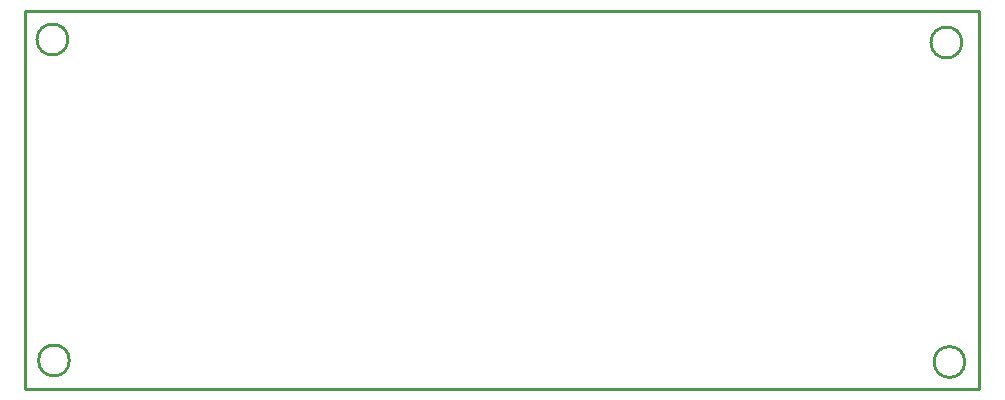
<source format=gko>
G04*
G04 #@! TF.GenerationSoftware,Altium Limited,Altium Designer,20.0.10 (225)*
G04*
G04 Layer_Color=16711935*
%FSLAX43Y43*%
%MOMM*%
G71*
G01*
G75*
%ADD12C,0.254*%
D12*
X79540Y2286D02*
G03*
X79540Y2286I-1308J0D01*
G01*
X79286Y29337D02*
G03*
X79286Y29337I-1308J0D01*
G01*
X3721Y2413D02*
G03*
X3721Y2413I-1308J0D01*
G01*
X3594Y29591D02*
G03*
X3594Y29591I-1308J0D01*
G01*
X0Y0D02*
X80772D01*
Y32004D01*
X0D02*
X80772D01*
X0Y0D02*
Y32004D01*
M02*

</source>
